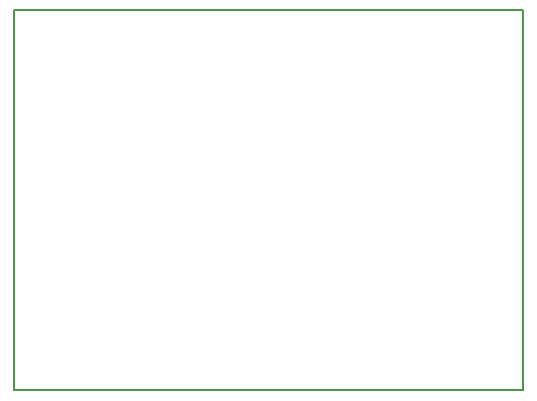
<source format=gm1>
G04 MADE WITH FRITZING*
G04 WWW.FRITZING.ORG*
G04 DOUBLE SIDED*
G04 HOLES PLATED*
G04 CONTOUR ON CENTER OF CONTOUR VECTOR*
%ASAXBY*%
%FSLAX23Y23*%
%MOIN*%
%OFA0B0*%
%SFA1.0B1.0*%
%ADD10R,1.706210X1.275260*%
%ADD11C,0.008000*%
%ADD10C,0.008*%
%LNCONTOUR*%
G90*
G70*
G54D10*
G54D11*
X4Y1271D02*
X1702Y1271D01*
X1702Y4D01*
X4Y4D01*
X4Y1271D01*
D02*
G04 End of contour*
M02*
</source>
